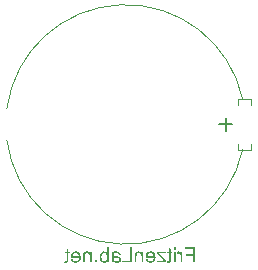
<source format=gbr>
%TF.GenerationSoftware,KiCad,Pcbnew,8.0.6*%
%TF.CreationDate,2024-10-20T10:25:28-03:00*%
%TF.ProjectId,keychain-thermometer,6b657963-6861-4696-9e2d-746865726d6f,rev?*%
%TF.SameCoordinates,Original*%
%TF.FileFunction,Legend,Bot*%
%TF.FilePolarity,Positive*%
%FSLAX46Y46*%
G04 Gerber Fmt 4.6, Leading zero omitted, Abs format (unit mm)*
G04 Created by KiCad (PCBNEW 8.0.6) date 2024-10-20 10:25:28*
%MOMM*%
%LPD*%
G01*
G04 APERTURE LIST*
%ADD10C,0.150000*%
%ADD11C,0.120000*%
G04 APERTURE END LIST*
D10*
G36*
X80655591Y-66487500D02*
G01*
X80655591Y-65217437D01*
X79806542Y-65217437D01*
X79806542Y-65363982D01*
X80489200Y-65363982D01*
X80489200Y-65764541D01*
X79898438Y-65764541D01*
X79898438Y-65911086D01*
X80489200Y-65911086D01*
X80489200Y-66487500D01*
X80655591Y-66487500D01*
G37*
G36*
X79617254Y-66487500D02*
G01*
X79617254Y-65569146D01*
X79478035Y-65569146D01*
X79478035Y-65709891D01*
X79445638Y-65655169D01*
X79405929Y-65603554D01*
X79380033Y-65580748D01*
X79323147Y-65554746D01*
X79280504Y-65549607D01*
X79216597Y-65557870D01*
X79156892Y-65580167D01*
X79121746Y-65599677D01*
X79174869Y-65744085D01*
X79231655Y-65719127D01*
X79288442Y-65710807D01*
X79350489Y-65724087D01*
X79379422Y-65741643D01*
X79420733Y-65789108D01*
X79436819Y-65826517D01*
X79452633Y-65890760D01*
X79460717Y-65953496D01*
X79462770Y-66007562D01*
X79462770Y-66487500D01*
X79617254Y-66487500D01*
G37*
G36*
X79031987Y-65393292D02*
G01*
X79031987Y-65217437D01*
X78877503Y-65217437D01*
X78877503Y-65393292D01*
X79031987Y-65393292D01*
G37*
G36*
X79031987Y-66487500D02*
G01*
X79031987Y-65569146D01*
X78877503Y-65569146D01*
X78877503Y-66487500D01*
X79031987Y-66487500D01*
G37*
G36*
X78307196Y-66345839D02*
G01*
X78284909Y-66487500D01*
X78346733Y-66502154D01*
X78401535Y-66507039D01*
X78463751Y-66502605D01*
X78523171Y-66484974D01*
X78532205Y-66480172D01*
X78579479Y-66439648D01*
X78597540Y-66409036D01*
X78610907Y-66346421D01*
X78615272Y-66280900D01*
X78616163Y-66223717D01*
X78616163Y-65691268D01*
X78729736Y-65691268D01*
X78729736Y-65569146D01*
X78616163Y-65569146D01*
X78616163Y-65347496D01*
X78462595Y-65256516D01*
X78462595Y-65569146D01*
X78307196Y-65569146D01*
X78307196Y-65691268D01*
X78462595Y-65691268D01*
X78462595Y-66236235D01*
X78459797Y-66299607D01*
X78454658Y-66323246D01*
X78428096Y-66354082D01*
X78374973Y-66365378D01*
X78314951Y-66349331D01*
X78307196Y-66345839D01*
G37*
G36*
X78240029Y-66487500D02*
G01*
X78240029Y-66363241D01*
X77659647Y-65690963D01*
X77724876Y-65693917D01*
X77789698Y-65695742D01*
X77833975Y-65696153D01*
X78205835Y-65696153D01*
X78205835Y-65569146D01*
X77460589Y-65569146D01*
X77460589Y-65671423D01*
X77954265Y-66256385D01*
X78049520Y-66363241D01*
X77985895Y-66359216D01*
X77924775Y-66356682D01*
X77860435Y-66355616D01*
X77854736Y-66355608D01*
X77433112Y-66355608D01*
X77433112Y-66487500D01*
X78240029Y-66487500D01*
G37*
G36*
X76933169Y-65550105D02*
G01*
X76999905Y-65557583D01*
X77061683Y-65574034D01*
X77118501Y-65599457D01*
X77170361Y-65633854D01*
X77217262Y-65677224D01*
X77251388Y-65719631D01*
X77284705Y-65777190D01*
X77309692Y-65842027D01*
X77324152Y-65901616D01*
X77332828Y-65966259D01*
X77335720Y-66035956D01*
X77334690Y-66076984D01*
X77328393Y-66141476D01*
X77313280Y-66212452D01*
X77289924Y-66276430D01*
X77258326Y-66333409D01*
X77218483Y-66383391D01*
X77203506Y-66398364D01*
X77154694Y-66437487D01*
X77100065Y-66467916D01*
X77039618Y-66489651D01*
X76973355Y-66502692D01*
X76901273Y-66507039D01*
X76881649Y-66506738D01*
X76816440Y-66500953D01*
X76756635Y-66487805D01*
X76694907Y-66463762D01*
X76640239Y-66430102D01*
X76633909Y-66425233D01*
X76587804Y-66381899D01*
X76549750Y-66330780D01*
X76519749Y-66271875D01*
X76500104Y-66213948D01*
X76660083Y-66194408D01*
X76676642Y-66234356D01*
X76710602Y-66291078D01*
X76755338Y-66335764D01*
X76774737Y-66348517D01*
X76835478Y-66372727D01*
X76900357Y-66380033D01*
X76914483Y-66379729D01*
X76980714Y-66369085D01*
X77039610Y-66343235D01*
X77091172Y-66302180D01*
X77125099Y-66258808D01*
X77153140Y-66199751D01*
X77169063Y-66138132D01*
X77176046Y-66077172D01*
X76495830Y-66077172D01*
X76495219Y-66035040D01*
X76497032Y-65978954D01*
X76500266Y-65950165D01*
X76658251Y-65950165D01*
X77167498Y-65950165D01*
X77165443Y-65927250D01*
X77152485Y-65863783D01*
X77126135Y-65802556D01*
X77087203Y-65751107D01*
X77082628Y-65746524D01*
X77033243Y-65708695D01*
X76971275Y-65683888D01*
X76907990Y-65676613D01*
X76879286Y-65678073D01*
X76819692Y-65692032D01*
X76761577Y-65724876D01*
X76716564Y-65770036D01*
X76685896Y-65823417D01*
X76667061Y-65887284D01*
X76658251Y-65950165D01*
X76500266Y-65950165D01*
X76504396Y-65913396D01*
X76517425Y-65852891D01*
X76540538Y-65786957D01*
X76571808Y-65728299D01*
X76611235Y-65676919D01*
X76656987Y-65633653D01*
X76716334Y-65594489D01*
X76782109Y-65567510D01*
X76843604Y-65554083D01*
X76909822Y-65549607D01*
X76933169Y-65550105D01*
G37*
G36*
X76310816Y-66487500D02*
G01*
X76310816Y-65569146D01*
X76171903Y-65569146D01*
X76171903Y-65697984D01*
X76131091Y-65647559D01*
X76083990Y-65607567D01*
X76021089Y-65574095D01*
X75960359Y-65556707D01*
X75893340Y-65549752D01*
X75881559Y-65549607D01*
X75816800Y-65554545D01*
X75756475Y-65569359D01*
X75730129Y-65579527D01*
X75676208Y-65609062D01*
X75631042Y-65651690D01*
X75626631Y-65657684D01*
X75595834Y-65714107D01*
X75578393Y-65772479D01*
X75571723Y-65836570D01*
X75569919Y-65903911D01*
X75569844Y-65923604D01*
X75569844Y-66487500D01*
X75724328Y-66487500D01*
X75724328Y-65927573D01*
X75726861Y-65862915D01*
X75737151Y-65801172D01*
X75742341Y-65785301D01*
X75775829Y-65733662D01*
X75806454Y-65709891D01*
X75863094Y-65686933D01*
X75914227Y-65681498D01*
X75978848Y-65688966D01*
X76037121Y-65711369D01*
X76084586Y-65744696D01*
X76122421Y-65795316D01*
X76144491Y-65859890D01*
X76153810Y-65922570D01*
X76156332Y-65984970D01*
X76156332Y-66487500D01*
X76310816Y-66487500D01*
G37*
G36*
X75324685Y-66487500D02*
G01*
X75324685Y-65217437D01*
X75157990Y-65217437D01*
X75157990Y-66340954D01*
X74538224Y-66340954D01*
X74538224Y-66487500D01*
X75324685Y-66487500D01*
G37*
G36*
X73993222Y-65549730D02*
G01*
X74056267Y-65553323D01*
X74121049Y-65563150D01*
X74185903Y-65581053D01*
X74222904Y-65595963D01*
X74277022Y-65627505D01*
X74322374Y-65670202D01*
X74346744Y-65705533D01*
X74372776Y-65761583D01*
X74390151Y-65821938D01*
X74239026Y-65842698D01*
X74232348Y-65820373D01*
X74204844Y-65759940D01*
X74162090Y-65713250D01*
X74124076Y-65693930D01*
X74063740Y-65680191D01*
X74001195Y-65676613D01*
X73939985Y-65680743D01*
X73877570Y-65697007D01*
X73825034Y-65728820D01*
X73812457Y-65742191D01*
X73787515Y-65798491D01*
X73781376Y-65861017D01*
X73781987Y-65901317D01*
X73793439Y-65905176D01*
X73854509Y-65921716D01*
X73921890Y-65935283D01*
X73990961Y-65946277D01*
X74057676Y-65955050D01*
X74068981Y-65956466D01*
X74133632Y-65965842D01*
X74195062Y-65978558D01*
X74250415Y-65998496D01*
X74306498Y-66029849D01*
X74350996Y-66069081D01*
X74386182Y-66119609D01*
X74388061Y-66123112D01*
X74410004Y-66182332D01*
X74416713Y-66243257D01*
X74416398Y-66257521D01*
X74405378Y-66324014D01*
X74378617Y-66382457D01*
X74336113Y-66432850D01*
X74291328Y-66465308D01*
X74230591Y-66490738D01*
X74167398Y-66503489D01*
X74104998Y-66507039D01*
X74060233Y-66505131D01*
X73995804Y-66495113D01*
X73934638Y-66476509D01*
X73924654Y-66472523D01*
X73868887Y-66444548D01*
X73816938Y-66410225D01*
X73769164Y-66372095D01*
X73759956Y-66426642D01*
X73738328Y-66487500D01*
X73576823Y-66487500D01*
X73600074Y-66436977D01*
X73616207Y-66377285D01*
X73618497Y-66360446D01*
X73622885Y-66296558D01*
X73624822Y-66233317D01*
X73625738Y-66166971D01*
X73625976Y-66103122D01*
X73625976Y-66080835D01*
X73781987Y-66080835D01*
X73782598Y-66111941D01*
X73789052Y-66176498D01*
X73807021Y-66237151D01*
X73818132Y-66257909D01*
X73858838Y-66308499D01*
X73909298Y-66345533D01*
X73940583Y-66360879D01*
X74003799Y-66379379D01*
X74068056Y-66384918D01*
X74089900Y-66384264D01*
X74151600Y-66373113D01*
X74205137Y-66343091D01*
X74238666Y-66299250D01*
X74251849Y-66238372D01*
X74251097Y-66223184D01*
X74230478Y-66163572D01*
X74220147Y-66149654D01*
X74169417Y-66112587D01*
X74158626Y-66108289D01*
X74098100Y-66092146D01*
X74034473Y-66081140D01*
X73964893Y-66070240D01*
X73903348Y-66058375D01*
X73842851Y-66043635D01*
X73781987Y-66023438D01*
X73781987Y-66080835D01*
X73625976Y-66080835D01*
X73625976Y-65895821D01*
X73626006Y-65883133D01*
X73627437Y-65817474D01*
X73633609Y-65752634D01*
X73649604Y-65700800D01*
X73681847Y-65646693D01*
X73684022Y-65644093D01*
X73732583Y-65604179D01*
X73789009Y-65577390D01*
X73793612Y-65575680D01*
X73855500Y-65559401D01*
X73916453Y-65551805D01*
X73978602Y-65549607D01*
X73993222Y-65549730D01*
G37*
G36*
X73391809Y-66487500D02*
G01*
X73248316Y-66487500D01*
X73248316Y-66372400D01*
X73224259Y-66403956D01*
X73176948Y-66449055D01*
X73123004Y-66481268D01*
X73062428Y-66500596D01*
X72995219Y-66507039D01*
X72945603Y-66503901D01*
X72879972Y-66488964D01*
X72818811Y-66461726D01*
X72762121Y-66422187D01*
X72717088Y-66378506D01*
X72683665Y-66335731D01*
X72651036Y-66277513D01*
X72626564Y-66211782D01*
X72612402Y-66151267D01*
X72603905Y-66085535D01*
X72601584Y-66027407D01*
X72758914Y-66027407D01*
X72758987Y-66038294D01*
X72763532Y-66109744D01*
X72775149Y-66172866D01*
X72797083Y-66234809D01*
X72832798Y-66291495D01*
X72842141Y-66302216D01*
X72892074Y-66345447D01*
X72947375Y-66371386D01*
X73008042Y-66380033D01*
X73052940Y-66375814D01*
X73113484Y-66353669D01*
X73165865Y-66312541D01*
X73205573Y-66260048D01*
X73225075Y-66217535D01*
X73240354Y-66156022D01*
X73248015Y-66089180D01*
X73250148Y-66021301D01*
X73250076Y-66010902D01*
X73245530Y-65942437D01*
X73233914Y-65881540D01*
X73211979Y-65821209D01*
X73176264Y-65765151D01*
X73166922Y-65754430D01*
X73116988Y-65711198D01*
X73061687Y-65685260D01*
X73001020Y-65676613D01*
X72935464Y-65686715D01*
X72876906Y-65717018D01*
X72829745Y-65762098D01*
X72821168Y-65773152D01*
X72789418Y-65832017D01*
X72770604Y-65896870D01*
X72761404Y-65963290D01*
X72758914Y-66027407D01*
X72601584Y-66027407D01*
X72601072Y-66014584D01*
X72603756Y-65953762D01*
X72612906Y-65889613D01*
X72628550Y-65828349D01*
X72641579Y-65791375D01*
X72668606Y-65733701D01*
X72704570Y-65679361D01*
X72723708Y-65657211D01*
X72771579Y-65615921D01*
X72828218Y-65583801D01*
X72861500Y-65570477D01*
X72925558Y-65554415D01*
X72987281Y-65549607D01*
X73015314Y-65550686D01*
X73077030Y-65561593D01*
X73141230Y-65588440D01*
X73191863Y-65624517D01*
X73237325Y-65672339D01*
X73237325Y-65217437D01*
X73391809Y-65217437D01*
X73391809Y-66487500D01*
G37*
G36*
X72373927Y-66487500D02*
G01*
X72373927Y-66311645D01*
X72197766Y-66311645D01*
X72197766Y-66487500D01*
X72373927Y-66487500D01*
G37*
G36*
X71931542Y-66487500D02*
G01*
X71931542Y-65569146D01*
X71792629Y-65569146D01*
X71792629Y-65697984D01*
X71751817Y-65647559D01*
X71704715Y-65607567D01*
X71641814Y-65574095D01*
X71581085Y-65556707D01*
X71514066Y-65549752D01*
X71502285Y-65549607D01*
X71437526Y-65554545D01*
X71377201Y-65569359D01*
X71350854Y-65579527D01*
X71296934Y-65609062D01*
X71251768Y-65651690D01*
X71247356Y-65657684D01*
X71216560Y-65714107D01*
X71199118Y-65772479D01*
X71192448Y-65836570D01*
X71190645Y-65903911D01*
X71190570Y-65923604D01*
X71190570Y-66487500D01*
X71345054Y-66487500D01*
X71345054Y-65927573D01*
X71347587Y-65862915D01*
X71357877Y-65801172D01*
X71363066Y-65785301D01*
X71396554Y-65733662D01*
X71427180Y-65709891D01*
X71483820Y-65686933D01*
X71534952Y-65681498D01*
X71599574Y-65688966D01*
X71657847Y-65711369D01*
X71705312Y-65744696D01*
X71743147Y-65795316D01*
X71765217Y-65859890D01*
X71774536Y-65922570D01*
X71777058Y-65984970D01*
X71777058Y-66487500D01*
X71931542Y-66487500D01*
G37*
G36*
X70607279Y-65550105D02*
G01*
X70674015Y-65557583D01*
X70735793Y-65574034D01*
X70792612Y-65599457D01*
X70844471Y-65633854D01*
X70891372Y-65677224D01*
X70925499Y-65719631D01*
X70958815Y-65777190D01*
X70983802Y-65842027D01*
X70998262Y-65901616D01*
X71006938Y-65966259D01*
X71009830Y-66035956D01*
X71008800Y-66076984D01*
X71002503Y-66141476D01*
X70987390Y-66212452D01*
X70964035Y-66276430D01*
X70932436Y-66333409D01*
X70892594Y-66383391D01*
X70877616Y-66398364D01*
X70828804Y-66437487D01*
X70774175Y-66467916D01*
X70713729Y-66489651D01*
X70647465Y-66502692D01*
X70575383Y-66507039D01*
X70555759Y-66506738D01*
X70490550Y-66500953D01*
X70430746Y-66487805D01*
X70369017Y-66463762D01*
X70314349Y-66430102D01*
X70308019Y-66425233D01*
X70261914Y-66381899D01*
X70223861Y-66330780D01*
X70193860Y-66271875D01*
X70174214Y-66213948D01*
X70334193Y-66194408D01*
X70350752Y-66234356D01*
X70384712Y-66291078D01*
X70429448Y-66335764D01*
X70448847Y-66348517D01*
X70509588Y-66372727D01*
X70574467Y-66380033D01*
X70588594Y-66379729D01*
X70654824Y-66369085D01*
X70713720Y-66343235D01*
X70765282Y-66302180D01*
X70799209Y-66258808D01*
X70827250Y-66199751D01*
X70843173Y-66138132D01*
X70850157Y-66077172D01*
X70169940Y-66077172D01*
X70169330Y-66035040D01*
X70171142Y-65978954D01*
X70174376Y-65950165D01*
X70332362Y-65950165D01*
X70841608Y-65950165D01*
X70839553Y-65927250D01*
X70826596Y-65863783D01*
X70800245Y-65802556D01*
X70761313Y-65751107D01*
X70756739Y-65746524D01*
X70707353Y-65708695D01*
X70645385Y-65683888D01*
X70582100Y-65676613D01*
X70553397Y-65678073D01*
X70493803Y-65692032D01*
X70435688Y-65724876D01*
X70390675Y-65770036D01*
X70360006Y-65823417D01*
X70341171Y-65887284D01*
X70332362Y-65950165D01*
X70174376Y-65950165D01*
X70178507Y-65913396D01*
X70191536Y-65852891D01*
X70214648Y-65786957D01*
X70245918Y-65728299D01*
X70285345Y-65676919D01*
X70331098Y-65633653D01*
X70390444Y-65594489D01*
X70456220Y-65567510D01*
X70517714Y-65554083D01*
X70583932Y-65549607D01*
X70607279Y-65550105D01*
G37*
G36*
X69647566Y-66345839D02*
G01*
X69625279Y-66487500D01*
X69687103Y-66502154D01*
X69741905Y-66507039D01*
X69804121Y-66502605D01*
X69863541Y-66484974D01*
X69872575Y-66480172D01*
X69919849Y-66439648D01*
X69937909Y-66409036D01*
X69951277Y-66346421D01*
X69955642Y-66280900D01*
X69956533Y-66223717D01*
X69956533Y-65691268D01*
X70070106Y-65691268D01*
X70070106Y-65569146D01*
X69956533Y-65569146D01*
X69956533Y-65347496D01*
X69802965Y-65256516D01*
X69802965Y-65569146D01*
X69647566Y-65569146D01*
X69647566Y-65691268D01*
X69802965Y-65691268D01*
X69802965Y-66236235D01*
X69800167Y-66299607D01*
X69795027Y-66323246D01*
X69768466Y-66354082D01*
X69715343Y-66365378D01*
X69655321Y-66349331D01*
X69647566Y-66345839D01*
G37*
X83839428Y-54787700D02*
X82696571Y-54787700D01*
X83267999Y-55359128D02*
X83267999Y-54216271D01*
D11*
%TO.C,BT1*%
X84300000Y-52650000D02*
X85450000Y-52650000D01*
X84300000Y-53150000D02*
X84300000Y-52650000D01*
X84300000Y-56450000D02*
X84300000Y-56950000D01*
X84300000Y-56950000D02*
X85450000Y-56950000D01*
X85450000Y-53150000D02*
X85450000Y-52650000D01*
X85450000Y-56450000D02*
X85450000Y-56950000D01*
X64750000Y-53450000D02*
G75*
G02*
X84710000Y-52650000I10050242J-1352544D01*
G01*
X84710000Y-56950000D02*
G75*
G02*
X64750000Y-56150000I-9909758J2152544D01*
G01*
%TD*%
M02*

</source>
